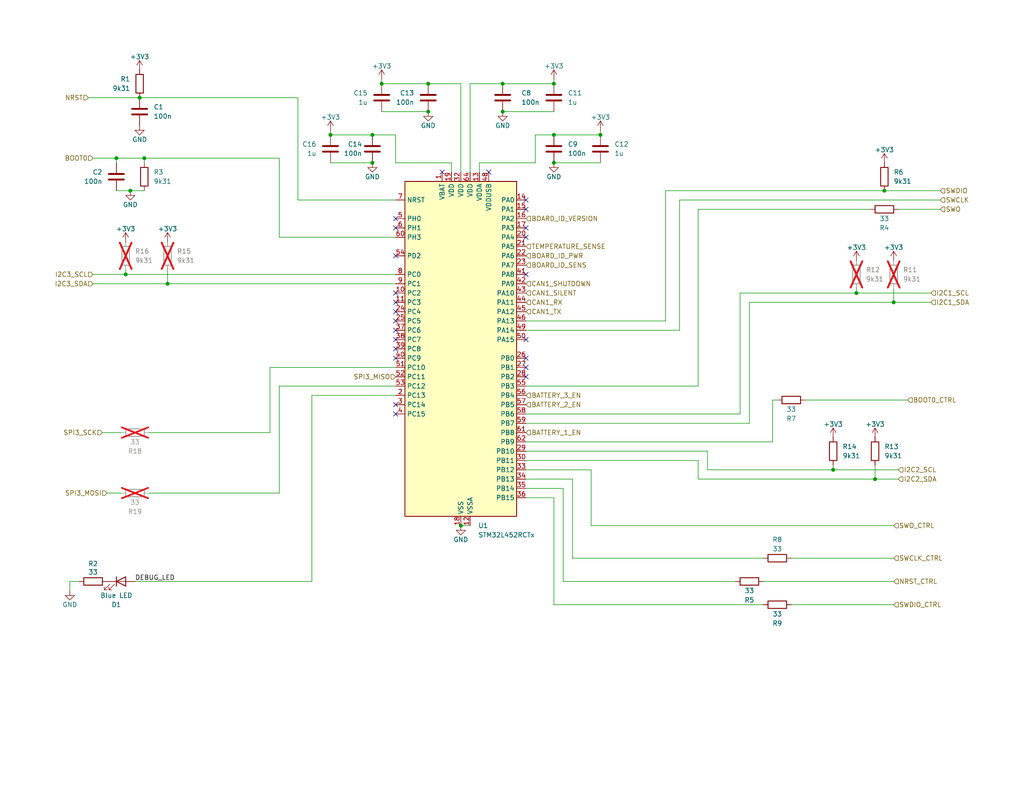
<source format=kicad_sch>
(kicad_sch (version 20231120) (generator "eeschema") (generator_version "8.0")
  (paper "USLetter")
  (title_block (title "1s3p Battery Board") (date "2025-02-12") (rev "${PCB_VERSION}") (company "TVSC"))
  (lib_symbols
    (symbol "Device:C" (pin_numbers hide) (pin_names (offset 0.254))
      (property "Reference" "C" (at 0.635 2.54 0))
      (property "Value" "C" (at 0.635 -2.54 0))
      (symbol "C_0_1"
        (polyline (pts (xy -2.032 -0.762) (xy 2.032 -0.762)) (stroke (width 0.508)))
        (polyline (pts (xy -2.032 0.762) (xy 2.032 0.762)) (stroke (width 0.508)))
      )
      (symbol "C_1_1"
        (pin passive line (at 0 3.81 270) (length 2.794) (name "~") (number "1"))
        (pin passive line (at 0 -3.81 90) (length 2.794) (name "~") (number "2"))
      )
    )
    (symbol "Device:LED" (pin_numbers hide) (pin_names (offset 1.016) hide)
      (property "Reference" "D" (at 0 2.54 0))
      (property "Value" "LED" (at 0 -2.54 0))
      (symbol "LED_0_1"
        (polyline (pts (xy -1.27 -1.27) (xy -1.27 1.27)) (stroke (width 0.254)))
        (polyline (pts (xy -1.27 0) (xy 1.27 0)))
        (polyline (pts (xy 1.27 -1.27) (xy 1.27 1.27) (xy -1.27 0) (xy 1.27 -1.27)) (stroke (width 0.254)))
        (polyline (pts (xy -3.048 -0.762) (xy -4.572 -2.286) (xy -3.81 -2.286) (xy -4.572 -2.286) (xy -4.572 -1.524)))
        (polyline (pts (xy -1.778 -0.762) (xy -3.302 -2.286) (xy -2.54 -2.286) (xy -3.302 -2.286) (xy -3.302 -1.524)))
      )
      (symbol "LED_1_1"
        (pin passive line (at -3.81 0 0) (length 2.54) (name "K") (number "1"))
        (pin passive line (at 3.81 0 180) (length 2.54) (name "A") (number "2"))
      )
    )
    (symbol "Device:R" (pin_numbers hide) (pin_names (offset 0))
      (property "Reference" "R" (at 2.032 0 90))
      (property "Value" "R" (at 0 0 90))
      (symbol "R_0_1"
        (rectangle (start -1.016 -2.54) (end 1.016 2.54) (stroke (width 0.254)))
      )
      (symbol "R_1_1"
        (pin passive line (at 0 3.81 270) (length 1.27) (name "~") (number "1"))
        (pin passive line (at 0 -3.81 90) (length 1.27) (name "~") (number "2"))
      )
    )
    (symbol "MCU_ST_STM32L4:STM32L452RCTx"
      (property "Reference" "U" (at -15.24 46.99 0))
      (property "Value" "STM32L452RCTx" (at 10.16 46.99 0))
      (symbol "STM32L452RCTx_0_1"
        (rectangle (start -15.24 -45.72) (end 15.24 45.72) (stroke (width 0.254)) (fill (type background)))
      )
      (symbol "STM32L452RCTx_1_1"
        (pin power_in line (at -5.08 48.26 270) (length 2.54) (name "VBAT") (number "1"))
        (pin bidirectional line (at -17.78 15.24 0) (length 2.54) (name "PC2") (number "10"))
        (pin bidirectional line (at -17.78 12.7 0) (length 2.54) (name "PC3") (number "11"))
        (pin power_in line (at 2.54 -48.26 90) (length 2.54) (name "VSSA") (number "12"))
        (pin power_in line (at 5.08 48.26 270) (length 2.54) (name "VDDA") (number "13"))
        (pin bidirectional line (at 17.78 40.64 180) (length 2.54) (name "PA0") (number "14"))
        (pin bidirectional line (at 17.78 38.1 180) (length 2.54) (name "PA1") (number "15"))
        (pin bidirectional line (at 17.78 35.56 180) (length 2.54) (name "PA2") (number "16"))
        (pin bidirectional line (at 17.78 33.02 180) (length 2.54) (name "PA3") (number "17"))
        (pin power_in line (at 0 -48.26 90) (length 2.54) (name "VSS") (number "18"))
        (pin power_in line (at -2.54 48.26 270) (length 2.54) (name "VDD") (number "19"))
        (pin bidirectional line (at -17.78 -12.7 0) (length 2.54) (name "PC13") (number "2"))
        (pin bidirectional line (at 17.78 30.48 180) (length 2.54) (name "PA4") (number "20"))
        (pin bidirectional line (at 17.78 27.94 180) (length 2.54) (name "PA5") (number "21"))
        (pin bidirectional line (at 17.78 25.4 180) (length 2.54) (name "PA6") (number "22"))
        (pin bidirectional line (at 17.78 22.86 180) (length 2.54) (name "PA7") (number "23"))
        (pin bidirectional line (at -17.78 10.16 0) (length 2.54) (name "PC4") (number "24"))
        (pin bidirectional line (at -17.78 7.62 0) (length 2.54) (name "PC5") (number "25"))
        (pin bidirectional line (at 17.78 -2.54 180) (length 2.54) (name "PB0") (number "26"))
        (pin bidirectional line (at 17.78 -5.08 180) (length 2.54) (name "PB1") (number "27"))
        (pin bidirectional line (at 17.78 -7.62 180) (length 2.54) (name "PB2") (number "28"))
        (pin bidirectional line (at 17.78 -27.94 180) (length 2.54) (name "PB10") (number "29"))
        (pin bidirectional line (at -17.78 -15.24 0) (length 2.54) (name "PC14") (number "3"))
        (pin bidirectional line (at 17.78 -30.48 180) (length 2.54) (name "PB11") (number "30"))
        (pin passive line (at 0 -48.26 90) (length 2.54) hide (name "VSS") (number "31"))
        (pin power_in line (at 0 48.26 270) (length 2.54) (name "VDD") (number "32"))
        (pin bidirectional line (at 17.78 -33.02 180) (length 2.54) (name "PB12") (number "33"))
        (pin bidirectional line (at 17.78 -35.56 180) (length 2.54) (name "PB13") (number "34"))
        (pin bidirectional line (at 17.78 -38.1 180) (length 2.54) (name "PB14") (number "35"))
        (pin bidirectional line (at 17.78 -40.64 180) (length 2.54) (name "PB15") (number "36"))
        (pin bidirectional line (at -17.78 5.08 0) (length 2.54) (name "PC6") (number "37"))
        (pin bidirectional line (at -17.78 2.54 0) (length 2.54) (name "PC7") (number "38"))
        (pin bidirectional line (at -17.78 0 0) (length 2.54) (name "PC8") (number "39"))
        (pin bidirectional line (at -17.78 -17.78 0) (length 2.54) (name "PC15") (number "4"))
        (pin bidirectional line (at -17.78 -2.54 0) (length 2.54) (name "PC9") (number "40"))
        (pin bidirectional line (at 17.78 20.32 180) (length 2.54) (name "PA8") (number "41"))
        (pin bidirectional line (at 17.78 17.78 180) (length 2.54) (name "PA9") (number "42"))
        (pin bidirectional line (at 17.78 15.24 180) (length 2.54) (name "PA10") (number "43"))
        (pin bidirectional line (at 17.78 12.7 180) (length 2.54) (name "PA11") (number "44"))
        (pin bidirectional line (at 17.78 10.16 180) (length 2.54) (name "PA12") (number "45"))
        (pin bidirectional line (at 17.78 7.62 180) (length 2.54) (name "PA13") (number "46"))
        (pin passive line (at 0 -48.26 90) (length 2.54) hide (name "VSS") (number "47"))
        (pin power_in line (at 7.62 48.26 270) (length 2.54) (name "VDDUSB") (number "48"))
        (pin bidirectional line (at 17.78 5.08 180) (length 2.54) (name "PA14") (number "49"))
        (pin bidirectional line (at -17.78 35.56 0) (length 2.54) (name "PH0") (number "5"))
        (pin bidirectional line (at 17.78 2.54 180) (length 2.54) (name "PA15") (number "50"))
        (pin bidirectional line (at -17.78 -5.08 0) (length 2.54) (name "PC10") (number "51"))
        (pin bidirectional line (at -17.78 -7.62 0) (length 2.54) (name "PC11") (number "52"))
        (pin bidirectional line (at -17.78 -10.16 0) (length 2.54) (name "PC12") (number "53"))
        (pin bidirectional line (at -17.78 25.4 0) (length 2.54) (name "PD2") (number "54"))
        (pin bidirectional line (at 17.78 -10.16 180) (length 2.54) (name "PB3") (number "55"))
        (pin bidirectional line (at 17.78 -12.7 180) (length 2.54) (name "PB4") (number "56"))
        (pin bidirectional line (at 17.78 -15.24 180) (length 2.54) (name "PB5") (number "57"))
        (pin bidirectional line (at 17.78 -17.78 180) (length 2.54) (name "PB6") (number "58"))
        (pin bidirectional line (at 17.78 -20.32 180) (length 2.54) (name "PB7") (number "59"))
        (pin bidirectional line (at -17.78 33.02 0) (length 2.54) (name "PH1") (number "6"))
        (pin bidirectional line (at -17.78 30.48 0) (length 2.54) (name "PH3") (number "60"))
        (pin bidirectional line (at 17.78 -22.86 180) (length 2.54) (name "PB8") (number "61"))
        (pin bidirectional line (at 17.78 -25.4 180) (length 2.54) (name "PB9") (number "62"))
        (pin passive line (at 0 -48.26 90) (length 2.54) hide (name "VSS") (number "63"))
        (pin power_in line (at 2.54 48.26 270) (length 2.54) (name "VDD") (number "64"))
        (pin input line (at -17.78 40.64 0) (length 2.54) (name "NRST") (number "7"))
        (pin bidirectional line (at -17.78 20.32 0) (length 2.54) (name "PC0") (number "8"))
        (pin bidirectional line (at -17.78 17.78 0) (length 2.54) (name "PC1") (number "9"))
      )
    )
    (symbol "power:+3V3" (power) (pin_numbers hide) (pin_names (offset 0) hide)
      (property "Value" "+3V3" (at 0 3.556 0))
      (symbol "+3V3_0_1"
        (polyline (pts (xy -0.762 1.27) (xy 0 2.54)))
        (polyline (pts (xy 0 0) (xy 0 2.54)))
        (polyline (pts (xy 0 2.54) (xy 0.762 1.27)))
      )
      (symbol "+3V3_1_1"
        (pin power_in line (at 0 0 90) (length 0) (name "~") (number "1"))
      )
    )
    (symbol "power:GND" (power) (pin_numbers hide) (pin_names (offset 0) hide)
      (property "Value" "GND" (at 0 -3.81 0))
      (symbol "GND_0_1"
        (polyline (pts (xy 0 0) (xy 0 -1.27) (xy 1.27 -1.27) (xy 0 -2.54) (xy -1.27 -1.27) (xy 0 -1.27)))
      )
      (symbol "GND_1_1"
        (pin power_in line (at 0 0 270) (length 0) (name "~") (number "1"))
      )
    )
  )
  (junction (at 101.6 44.45))
  (junction (at 238.76 130.81))
  (junction (at 45.72 77.47))
  (junction (at 31.75 43.18))
  (junction (at 233.68 80.01))
  (junction (at 104.14 22.86))
  (junction (at 39.37 43.18))
  (junction (at 125.73 143.51))
  (junction (at 227.33 128.27))
  (junction (at 243.84 82.55))
  (junction (at 151.13 22.86))
  (junction (at 137.16 22.86))
  (junction (at 34.29 74.93))
  (junction (at 116.84 22.86))
  (junction (at 241.3 52.07))
  (junction (at 35.56 52.07))
  (junction (at 151.13 44.45))
  (junction (at 116.84 30.48))
  (junction (at 101.6 36.83))
  (junction (at 38.1 26.67))
  (junction (at 137.16 30.48))
  (junction (at 90.17 36.83))
  (junction (at 163.83 36.83))
  (junction (at 151.13 36.83))
  (no_connect (at 107.95 110.49))
  (no_connect (at 133.35 46.99))
  (no_connect (at 143.51 92.71))
  (no_connect (at 143.51 54.61))
  (no_connect (at 143.51 64.77))
  (no_connect (at 107.95 62.23))
  (no_connect (at 107.95 59.69))
  (no_connect (at 107.95 80.01))
  (no_connect (at 107.95 97.79))
  (no_connect (at 107.95 95.25))
  (no_connect (at 143.51 97.79))
  (no_connect (at 143.51 57.15))
  (no_connect (at 120.65 46.99))
  (no_connect (at 107.95 90.17))
  (no_connect (at 107.95 82.55))
  (no_connect (at 143.51 74.93))
  (no_connect (at 107.95 87.63))
  (no_connect (at 143.51 62.23))
  (no_connect (at 107.95 113.03))
  (no_connect (at 107.95 92.71))
  (no_connect (at 143.51 102.87))
  (no_connect (at 143.51 100.33))
  (no_connect (at 107.95 69.85))
  (no_connect (at 107.95 85.09))
  (wire (pts (xy 76.2 64.77) (xy 107.95 64.77)))
  (wire (pts (xy 107.95 36.83) (xy 101.6 36.83)))
  (wire (pts (xy 34.29 74.93) (xy 107.95 74.93)))
  (wire (pts (xy 104.14 21.59) (xy 104.14 22.86)))
  (wire (pts (xy 128.27 46.99) (xy 128.27 22.86)))
  (wire (pts (xy 125.73 46.99) (xy 125.73 22.86)))
  (wire (pts (xy 151.13 165.1) (xy 208.28 165.1)))
  (wire (pts (xy 190.5 105.41) (xy 143.51 105.41)))
  (wire (pts (xy 163.83 36.83) (xy 151.13 36.83)))
  (wire (pts (xy 185.42 54.61) (xy 256.54 54.61)))
  (wire (pts (xy 241.3 52.07) (xy 256.54 52.07)))
  (wire (pts (xy 143.51 120.65) (xy 210.82 120.65)))
  (wire (pts (xy 156.21 152.4) (xy 208.28 152.4)))
  (wire (pts (xy 107.95 36.83) (xy 107.95 44.45)))
  (wire (pts (xy 190.5 57.15) (xy 190.5 105.41)))
  (wire (pts (xy 73.66 118.11) (xy 73.66 100.33)))
  (wire (pts (xy 185.42 54.61) (xy 185.42 90.17)))
  (wire (pts (xy 151.13 21.59) (xy 151.13 22.86)))
  (wire (pts (xy 201.93 113.03) (xy 143.51 113.03)))
  (wire (pts (xy 45.72 73.66) (xy 45.72 77.47)))
  (wire (pts (xy 39.37 43.18) (xy 39.37 44.45)))
  (wire (pts (xy 107.95 44.45) (xy 123.19 44.45)))
  (wire (pts (xy 146.05 44.45) (xy 146.05 36.83)))
  (wire (pts (xy 254 80.01) (xy 233.68 80.01)))
  (wire (pts (xy 143.51 87.63) (xy 181.61 87.63)))
  (wire (pts (xy 210.82 120.65) (xy 210.82 109.22)))
  (wire (pts (xy 128.27 22.86) (xy 137.16 22.86)))
  (wire (pts (xy 85.09 158.75) (xy 36.83 158.75)))
  (wire (pts (xy 190.5 57.15) (xy 237.49 57.15)))
  (wire (pts (xy 25.4 74.93) (xy 34.29 74.93)))
  (wire (pts (xy 125.73 143.51) (xy 128.27 143.51)))
  (wire (pts (xy 233.68 78.74) (xy 233.68 80.01)))
  (wire (pts (xy 27.94 118.11) (xy 33.02 118.11)))
  (wire (pts (xy 40.64 118.11) (xy 73.66 118.11)))
  (wire (pts (xy 190.5 130.81) (xy 190.5 125.73)))
  (wire (pts (xy 243.84 165.1) (xy 215.9 165.1)))
  (wire (pts (xy 227.33 127) (xy 227.33 128.27)))
  (wire (pts (xy 143.51 135.89) (xy 151.13 135.89)))
  (wire (pts (xy 137.16 22.86) (xy 151.13 22.86)))
  (wire (pts (xy 90.17 36.83) (xy 101.6 36.83)))
  (wire (pts (xy 104.14 22.86) (xy 116.84 22.86)))
  (wire (pts (xy 85.09 107.95) (xy 107.95 107.95)))
  (wire (pts (xy 204.47 82.55) (xy 204.47 115.57)))
  (wire (pts (xy 143.51 130.81) (xy 156.21 130.81)))
  (wire (pts (xy 215.9 152.4) (xy 243.84 152.4)))
  (wire (pts (xy 163.83 35.56) (xy 163.83 36.83)))
  (wire (pts (xy 76.2 134.62) (xy 76.2 105.41)))
  (wire (pts (xy 243.84 82.55) (xy 243.84 78.74)))
  (wire (pts (xy 245.11 57.15) (xy 256.54 57.15)))
  (wire (pts (xy 151.13 135.89) (xy 151.13 165.1)))
  (wire (pts (xy 146.05 36.83) (xy 151.13 36.83)))
  (wire (pts (xy 35.56 52.07) (xy 39.37 52.07)))
  (wire (pts (xy 181.61 52.07) (xy 181.61 87.63)))
  (wire (pts (xy 19.05 158.75) (xy 19.05 161.29)))
  (wire (pts (xy 204.47 82.55) (xy 243.84 82.55)))
  (wire (pts (xy 90.17 35.56) (xy 90.17 36.83)))
  (wire (pts (xy 81.28 26.67) (xy 81.28 54.61)))
  (wire (pts (xy 31.75 44.45) (xy 31.75 43.18)))
  (wire (pts (xy 161.29 143.51) (xy 243.84 143.51)))
  (wire (pts (xy 153.67 158.75) (xy 200.66 158.75)))
  (wire (pts (xy 190.5 125.73) (xy 143.51 125.73)))
  (wire (pts (xy 29.21 134.62) (xy 33.02 134.62)))
  (wire (pts (xy 31.75 52.07) (xy 35.56 52.07)))
  (wire (pts (xy 153.67 133.35) (xy 153.67 158.75)))
  (wire (pts (xy 181.61 52.07) (xy 241.3 52.07)))
  (wire (pts (xy 101.6 44.45) (xy 90.17 44.45)))
  (wire (pts (xy 193.04 128.27) (xy 193.04 123.19)))
  (wire (pts (xy 24.13 26.67) (xy 38.1 26.67)))
  (wire (pts (xy 137.16 30.48) (xy 151.13 30.48)))
  (wire (pts (xy 116.84 30.48) (xy 104.14 30.48)))
  (wire (pts (xy 19.05 158.75) (xy 21.59 158.75)))
  (wire (pts (xy 245.11 128.27) (xy 227.33 128.27)))
  (wire (pts (xy 73.66 100.33) (xy 107.95 100.33)))
  (wire (pts (xy 81.28 54.61) (xy 107.95 54.61)))
  (wire (pts (xy 219.71 109.22) (xy 247.65 109.22)))
  (wire (pts (xy 161.29 128.27) (xy 143.51 128.27)))
  (wire (pts (xy 25.4 77.47) (xy 45.72 77.47)))
  (wire (pts (xy 204.47 115.57) (xy 143.51 115.57)))
  (wire (pts (xy 25.4 43.18) (xy 31.75 43.18)))
  (wire (pts (xy 233.68 80.01) (xy 201.93 80.01)))
  (wire (pts (xy 45.72 77.47) (xy 107.95 77.47)))
  (wire (pts (xy 81.28 26.67) (xy 38.1 26.67)))
  (wire (pts (xy 156.21 130.81) (xy 156.21 152.4)))
  (wire (pts (xy 190.5 130.81) (xy 238.76 130.81)))
  (wire (pts (xy 130.81 44.45) (xy 146.05 44.45)))
  (wire (pts (xy 238.76 130.81) (xy 245.11 130.81)))
  (wire (pts (xy 193.04 123.19) (xy 143.51 123.19)))
  (wire (pts (xy 208.28 158.75) (xy 243.84 158.75)))
  (wire (pts (xy 161.29 143.51) (xy 161.29 128.27)))
  (wire (pts (xy 125.73 22.86) (xy 116.84 22.86)))
  (wire (pts (xy 130.81 44.45) (xy 130.81 46.99)))
  (wire (pts (xy 143.51 90.17) (xy 185.42 90.17)))
  (wire (pts (xy 40.64 134.62) (xy 76.2 134.62)))
  (wire (pts (xy 76.2 43.18) (xy 76.2 64.77)))
  (wire (pts (xy 254 82.55) (xy 243.84 82.55)))
  (wire (pts (xy 76.2 105.41) (xy 107.95 105.41)))
  (wire (pts (xy 85.09 107.95) (xy 85.09 158.75)))
  (wire (pts (xy 227.33 128.27) (xy 193.04 128.27)))
  (wire (pts (xy 143.51 133.35) (xy 153.67 133.35)))
  (wire (pts (xy 201.93 80.01) (xy 201.93 113.03)))
  (wire (pts (xy 210.82 109.22) (xy 212.09 109.22)))
  (wire (pts (xy 31.75 43.18) (xy 39.37 43.18)))
  (wire (pts (xy 238.76 127) (xy 238.76 130.81)))
  (wire (pts (xy 34.29 73.66) (xy 34.29 74.93)))
  (wire (pts (xy 39.37 43.18) (xy 76.2 43.18)))
  (wire (pts (xy 151.13 44.45) (xy 163.83 44.45)))
  (wire (pts (xy 123.19 44.45) (xy 123.19 46.99)))
  (label "DEBUG_LED" (at 36.83 158.75 0))
  (hierarchical_label "I2C1_SDA" (shape input) (at 254 82.55 0))
  (hierarchical_label "NRST_CTRL" (shape input) (at 243.84 158.75 0))
  (hierarchical_label "I2C1_SCL" (shape input) (at 254 80.01 0))
  (hierarchical_label "SWDIO_CTRL" (shape input) (at 243.84 165.1 0))
  (hierarchical_label "SWCLK" (shape input) (at 256.54 54.61 0))
  (hierarchical_label "SWO_CTRL" (shape input) (at 243.84 143.51 0))
  (hierarchical_label "BOOT0" (shape input) (at 25.4 43.18 180))
  (hierarchical_label "SPI3_MISO" (shape input) (at 107.95 102.87 180))
  (hierarchical_label "I2C3_SDA" (shape input) (at 25.4 77.47 180))
  (hierarchical_label "SWO" (shape input) (at 256.54 57.15 0))
  (hierarchical_label "BATTERY_2_EN" (shape input) (at 143.51 110.49 0))
  (hierarchical_label "CAN1_SHUTDOWN" (shape input) (at 143.51 77.47 0))
  (hierarchical_label "I2C3_SCL" (shape input) (at 25.4 74.93 180))
  (hierarchical_label "CAN1_TX" (shape input) (at 143.51 85.09 0))
  (hierarchical_label "BOARD_ID_SENS" (shape input) (at 143.51 72.39 0))
  (hierarchical_label "TEMPERATURE_SENSE" (shape input) (at 143.51 67.31 0))
  (hierarchical_label "BATTERY_1_EN" (shape input) (at 143.51 118.11 0))
  (hierarchical_label "CAN1_RX" (shape input) (at 143.51 82.55 0))
  (hierarchical_label "BOARD_ID_PWR" (shape input) (at 143.51 69.85 0))
  (hierarchical_label "SWDIO" (shape input) (at 256.54 52.07 0))
  (hierarchical_label "BATTERY_3_EN" (shape input) (at 143.51 107.95 0))
  (hierarchical_label "I2C2_SDA" (shape input) (at 245.11 130.81 0))
  (hierarchical_label "BOOT0_CTRL" (shape input) (at 247.65 109.22 0))
  (hierarchical_label "SPI3_SCK" (shape input) (at 27.94 118.11 180))
  (hierarchical_label "BOARD_ID_VERSION" (shape input) (at 143.51 59.69 0))
  (hierarchical_label "CAN1_SILENT" (shape input) (at 143.51 80.01 0))
  (hierarchical_label "SWCLK_CTRL" (shape input) (at 243.84 152.4 0))
  (hierarchical_label "I2C2_SCL" (shape input) (at 245.11 128.27 0))
  (hierarchical_label "SPI3_MOSI" (shape input) (at 29.21 134.62 180))
  (hierarchical_label "NRST" (shape input) (at 24.13 26.67 180))
  (symbol (lib_id "Device:R") (at 38.1 22.86 0) (mirror y) (unit 1)
    (property "Reference" "R1" (at 35.56 21.59 0) (effects (justify left)))
    (property "Value" "9k31" (at 35.56 24.13 0) (effects (justify left)))
    (property "Footprint" "footprints:Nondescript_R_0402_1005Metric" (effects (hide yes)))
    (property "MPN" "C270572" (effects (hide yes)))
    (property "Manufacturer" "UNI-ROYAL(Uniroyal Elec)" (effects (hide yes)))
    (property "Manufacturer Part Number" "0402WGF9311TCE" (effects (hide yes)))
    (property "Active" "Y" (effects (hide yes)))
    (property "Basic or Extended Component" "Basic" (effects (hide yes)))
  )
  (symbol (lib_id "Device:R") (at 227.33 123.19 0) (unit 1)
    (property "Reference" "R14" (at 229.87 121.92 0) (effects (justify left)))
    (property "Value" "9k31" (at 229.87 124.46 0) (effects (justify left)))
    (property "Footprint" "footprints:Nondescript_R_0402_1005Metric" (effects (hide yes)))
    (property "MPN" "C270572" (effects (hide yes)))
    (property "Manufacturer" "UNI-ROYAL(Uniroyal Elec)" (effects (hide yes)))
    (property "Manufacturer Part Number" "0402WGF9311TCE" (effects (hide yes)))
    (property "Active" "Y" (effects (hide yes)))
    (property "Basic or Extended Component" "Basic" (effects (hide yes)))
  )
  (symbol (lib_id "Device:R") (at 238.76 123.19 0) (unit 1)
    (property "Reference" "R13" (at 241.3 121.92 0) (effects (justify left)))
    (property "Value" "9k31" (at 241.3 124.46 0) (effects (justify left)))
    (property "Footprint" "footprints:Nondescript_R_0402_1005Metric" (effects (hide yes)))
    (property "MPN" "C270572" (effects (hide yes)))
    (property "Manufacturer" "UNI-ROYAL(Uniroyal Elec)" (effects (hide yes)))
    (property "Manufacturer Part Number" "0402WGF9311TCE" (effects (hide yes)))
    (property "Active" "Y" (effects (hide yes)))
    (property "Basic or Extended Component" "Basic" (effects (hide yes)))
  )
  (symbol (lib_id "power:+3V3") (at 90.17 35.56 0) (unit 1)
    (property "Reference" "#PWR31" (effects (hide yes)))
    (property "Value" "+3V3" (at 90.17 32.004 0))
  )
  (symbol (lib_id "Device:R") (at 36.83 118.11 90) (mirror x) (unit 1) (in_bom no) (on_board no) (dnp yes)
    (property "Reference" "R18" (at 36.83 123.19 90))
    (property "Value" "33" (at 36.83 120.65 90))
    (property "Footprint" "footprints:Nondescript_R_0402_1005Metric" (effects (hide yes)))
    (property "Active" "Y" (effects (hide yes)))
    (property "Basic or Extended Component" "Basic" (effects (hide yes)))
    (property "MPN" "C25105" (effects (hide yes)))
    (property "Manufacturer" "UNI-ROYAL(Uniroyal Elec)" (effects (hide yes)))
    (property "Manufacturer Part Number" "0402WGF330JTCE" (effects (hide yes)))
  )
  (symbol (lib_id "Device:R") (at 233.68 74.93 0) (unit 1) (in_bom no) (on_board no) (dnp yes)
    (property "Reference" "R12" (at 236.22 73.66 0) (effects (justify left)))
    (property "Value" "9k31" (at 236.22 76.2 0) (effects (justify left)))
    (property "Footprint" "footprints:Nondescript_R_0402_1005Metric" (effects (hide yes)))
    (property "MPN" "C270572" (effects (hide yes)))
    (property "Manufacturer" "UNI-ROYAL(Uniroyal Elec)" (effects (hide yes)))
    (property "Manufacturer Part Number" "0402WGF9311TCE" (effects (hide yes)))
    (property "Active" "Y" (effects (hide yes)))
    (property "Basic or Extended Component" "Basic" (effects (hide yes)))
  )
  (symbol (lib_id "Device:R") (at 212.09 152.4 90) (mirror x) (unit 1)
    (property "Reference" "R8" (at 212.09 147.32 90))
    (property "Value" "33" (at 212.09 149.86 90))
    (property "Footprint" "footprints:Nondescript_R_0402_1005Metric" (effects (hide yes)))
    (property "Active" "Y" (effects (hide yes)))
    (property "Basic or Extended Component" "Basic" (effects (hide yes)))
    (property "MPN" "C25105" (effects (hide yes)))
    (property "Manufacturer" "UNI-ROYAL(Uniroyal Elec)" (effects (hide yes)))
    (property "Manufacturer Part Number" "0402WGF330JTCE" (effects (hide yes)))
  )
  (symbol (lib_id "Device:C") (at 163.83 40.64 0) (unit 1)
    (property "Reference" "C12" (at 167.64 39.37 0) (effects (justify left)))
    (property "Value" "1u" (at 167.64 41.91 0) (effects (justify left)))
    (property "Footprint" "footprints:Nondescript_C_0402_1005Metric" (effects (hide yes)))
    (property "Active" "Y" (effects (hide yes)))
    (property "MPN" "C52923" (effects (hide yes)))
    (property "Manufacturer" "Samsung Electro-Mechanics" (effects (hide yes)))
    (property "Manufacturer Part Number" "CL05A105KA5NQNC" (effects (hide yes)))
    (property "Basic or Extended Component" "Basic" (effects (hide yes)))
  )
  (symbol (lib_id "Device:C") (at 116.84 26.67 0) (mirror y) (unit 1)
    (property "Reference" "C13" (at 113.03 25.4 0) (effects (justify left)))
    (property "Value" "100n" (at 113.03 27.94 0) (effects (justify left)))
    (property "Footprint" "footprints:Nondescript_C_0402_1005Metric" (effects (hide yes)))
    (property "Active" "Y" (effects (hide yes)))
    (property "MPN" "C1525" (effects (hide yes)))
    (property "Manufacturer" "Samsung Electro-Mechanics" (effects (hide yes)))
    (property "Manufacturer Part Number" "CL05B104KO5NNNC" (effects (hide yes)))
    (property "Basic or Extended Component" "Basic" (effects (hide yes)))
  )
  (symbol (lib_id "power:GND") (at 19.05 161.29 0) (unit 1)
    (property "Reference" "#PWR3" (effects (hide yes)))
    (property "Value" "GND" (at 19.05 165.1 0))
  )
  (symbol (lib_id "Device:R") (at 36.83 134.62 90) (mirror x) (unit 1) (exclude_from_sim yes) (in_bom no) (on_board no) (dnp yes)
    (property "Reference" "R19" (at 36.83 139.7 90))
    (property "Value" "33" (at 36.83 137.16 90))
    (property "Footprint" "footprints:Nondescript_R_0402_1005Metric" (effects (hide yes)))
    (property "Active" "Y" (effects (hide yes)))
    (property "Basic or Extended Component" "Basic" (effects (hide yes)))
    (property "MPN" "C25105" (effects (hide yes)))
    (property "Manufacturer" "UNI-ROYAL(Uniroyal Elec)" (effects (hide yes)))
    (property "Manufacturer Part Number" "0402WGF330JTCE" (effects (hide yes)))
  )
  (symbol (lib_id "power:+3V3") (at 241.3 44.45 0) (unit 1)
    (property "Reference" "#PWR7" (effects (hide yes)))
    (property "Value" "+3V3" (at 241.3 40.894 0))
  )
  (symbol (lib_id "power:+3V3") (at 163.83 35.56 0) (unit 1)
    (property "Reference" "#PWR27" (effects (hide yes)))
    (property "Value" "+3V3" (at 163.83 32.004 0))
  )
  (symbol (lib_id "MCU_ST_STM32L4:STM32L452RCTx") (at 125.73 95.25 0) (unit 1)
    (property "Reference" "U1" (at 130.4641 143.51 0) (effects (justify left)))
    (property "Value" "STM32L452RCTx" (at 130.4641 146.05 0) (effects (justify left)))
    (property "Footprint" "Package_QFP:LQFP-64_10x10mm_P0.5mm" (effects (hide yes)))
    (property "Datasheet" "https://www.st.com/resource/en/datasheet/stm32l452rc.pdf" (effects (hide yes)))
    (property "Description" "STMicroelectronics Arm Cortex-M4 MCU, 256KB flash, 160KB RAM, 80 MHz, 1.71-3.6V, 52 GPIO, LQFP64" (effects (hide yes)))
    (property "MPN" "C192722" (effects (hide yes)))
    (property "Manufacturer" "STMicroelectronics" (effects (hide yes)))
    (property "Manufacturer Part Number" "STM32L452RCT6" (effects (hide yes)))
    (property "Active" "Y" (effects (hide yes)))
    (property "Basic or Extended Component" "Extended" (effects (hide yes)))
  )
  (symbol (lib_id "Device:R") (at 34.29 69.85 0) (unit 1) (in_bom no) (on_board no) (dnp yes)
    (property "Reference" "R16" (at 36.83 68.58 0) (effects (justify left)))
    (property "Value" "9k31" (at 36.83 71.12 0) (effects (justify left)))
    (property "Footprint" "footprints:Nondescript_R_0402_1005Metric" (effects (hide yes)))
    (property "MPN" "C270572" (effects (hide yes)))
    (property "Manufacturer" "UNI-ROYAL(Uniroyal Elec)" (effects (hide yes)))
    (property "Manufacturer Part Number" "0402WGF9311TCE" (effects (hide yes)))
    (property "Active" "Y" (effects (hide yes)))
    (property "Basic or Extended Component" "Basic" (effects (hide yes)))
  )
  (symbol (lib_id "Device:C") (at 151.13 26.67 0) (unit 1)
    (property "Reference" "C11" (at 154.94 25.4 0) (effects (justify left)))
    (property "Value" "1u" (at 154.94 27.94 0) (effects (justify left)))
    (property "Footprint" "footprints:Nondescript_C_0402_1005Metric" (effects (hide yes)))
    (property "Active" "Y" (effects (hide yes)))
    (property "MPN" "C52923" (effects (hide yes)))
    (property "Manufacturer" "Samsung Electro-Mechanics" (effects (hide yes)))
    (property "Manufacturer Part Number" "CL05A105KA5NQNC" (effects (hide yes)))
    (property "Basic or Extended Component" "Basic" (effects (hide yes)))
  )
  (symbol (lib_id "power:+3V3") (at 238.76 119.38 0) (unit 1)
    (property "Reference" "#PWR39" (effects (hide yes)))
    (property "Value" "+3V3" (at 238.76 115.824 0))
  )
  (symbol (lib_id "Device:R") (at 243.84 74.93 0) (unit 1) (in_bom no) (on_board no) (dnp yes)
    (property "Reference" "R11" (at 246.38 73.66 0) (effects (justify left)))
    (property "Value" "9k31" (at 246.38 76.2 0) (effects (justify left)))
    (property "Footprint" "footprints:Nondescript_R_0402_1005Metric" (effects (hide yes)))
    (property "MPN" "C270572" (effects (hide yes)))
    (property "Manufacturer" "UNI-ROYAL(Uniroyal Elec)" (effects (hide yes)))
    (property "Manufacturer Part Number" "0402WGF9311TCE" (effects (hide yes)))
    (property "Active" "Y" (effects (hide yes)))
    (property "Basic or Extended Component" "Basic" (effects (hide yes)))
  )
  (symbol (lib_id "Device:R") (at 215.9 109.22 90) (mirror x) (unit 1)
    (property "Reference" "R7" (at 215.9 114.3 90))
    (property "Value" "33" (at 215.9 111.76 90))
    (property "Footprint" "footprints:Nondescript_R_0402_1005Metric" (effects (hide yes)))
    (property "Active" "Y" (effects (hide yes)))
    (property "Basic or Extended Component" "Basic" (effects (hide yes)))
    (property "MPN" "C25105" (effects (hide yes)))
    (property "Manufacturer" "UNI-ROYAL(Uniroyal Elec)" (effects (hide yes)))
    (property "Manufacturer Part Number" "0402WGF330JTCE" (effects (hide yes)))
  )
  (symbol (lib_id "power:GND") (at 101.6 44.45 0) (unit 1)
    (property "Reference" "#PWR32" (effects (hide yes)))
    (property "Value" "GND" (at 101.6 48.26 0))
  )
  (symbol (lib_id "Device:R") (at 204.47 158.75 90) (mirror x) (unit 1)
    (property "Reference" "R5" (at 204.47 163.83 90))
    (property "Value" "33" (at 204.47 161.29 90))
    (property "Footprint" "footprints:Nondescript_R_0402_1005Metric" (effects (hide yes)))
    (property "Active" "Y" (effects (hide yes)))
    (property "Basic or Extended Component" "Basic" (effects (hide yes)))
    (property "MPN" "C25105" (effects (hide yes)))
    (property "Manufacturer" "UNI-ROYAL(Uniroyal Elec)" (effects (hide yes)))
    (property "Manufacturer Part Number" "0402WGF330JTCE" (effects (hide yes)))
  )
  (symbol (lib_id "power:GND") (at 151.13 44.45 0) (unit 1)
    (property "Reference" "#PWR28" (effects (hide yes)))
    (property "Value" "GND" (at 151.13 48.26 0))
  )
  (symbol (lib_id "power:GND") (at 137.16 30.48 0) (unit 1)
    (property "Reference" "#PWR26" (effects (hide yes)))
    (property "Value" "GND" (at 137.16 34.29 0))
  )
  (symbol (lib_id "Device:C") (at 104.14 26.67 0) (mirror y) (unit 1)
    (property "Reference" "C15" (at 100.33 25.4 0) (effects (justify left)))
    (property "Value" "1u" (at 100.33 27.94 0) (effects (justify left)))
    (property "Footprint" "footprints:Nondescript_C_0402_1005Metric" (effects (hide yes)))
    (property "Active" "Y" (effects (hide yes)))
    (property "MPN" "C52923" (effects (hide yes)))
    (property "Manufacturer" "Samsung Electro-Mechanics" (effects (hide yes)))
    (property "Manufacturer Part Number" "CL05A105KA5NQNC" (effects (hide yes)))
    (property "Basic or Extended Component" "Basic" (effects (hide yes)))
  )
  (symbol (lib_id "power:GND") (at 38.1 34.29 0) (unit 1)
    (property "Reference" "#PWR2" (effects (hide yes)))
    (property "Value" "GND" (at 38.1 38.1 0))
  )
  (symbol (lib_id "power:+3V3") (at 243.84 71.12 0) (unit 1)
    (property "Reference" "#PWR13" (effects (hide yes)))
    (property "Value" "+3V3" (at 243.84 67.564 0))
  )
  (symbol (lib_id "power:+3V3") (at 34.29 66.04 0) (unit 1)
    (property "Reference" "#PWR50" (effects (hide yes)))
    (property "Value" "+3V3" (at 34.29 62.484 0))
  )
  (symbol (lib_id "power:+3V3") (at 104.14 21.59 0) (mirror y) (unit 1)
    (property "Reference" "#PWR29" (effects (hide yes)))
    (property "Value" "+3V3" (at 104.14 18.034 0))
  )
  (symbol (lib_id "power:+3V3") (at 233.68 71.12 0) (unit 1)
    (property "Reference" "#PWR38" (effects (hide yes)))
    (property "Value" "+3V3" (at 233.68 67.564 0))
  )
  (symbol (lib_id "Device:R") (at 241.3 57.15 90) (mirror x) (unit 1)
    (property "Reference" "R4" (at 241.3 62.23 90))
    (property "Value" "33" (at 241.3 59.69 90))
    (property "Footprint" "footprints:Nondescript_R_0402_1005Metric" (effects (hide yes)))
    (property "Active" "Y" (effects (hide yes)))
    (property "Basic or Extended Component" "Basic" (effects (hide yes)))
    (property "MPN" "C25105" (effects (hide yes)))
    (property "Manufacturer" "UNI-ROYAL(Uniroyal Elec)" (effects (hide yes)))
    (property "Manufacturer Part Number" "0402WGF330JTCE" (effects (hide yes)))
  )
  (symbol (lib_id "Device:R") (at 39.37 48.26 0) (unit 1)
    (property "Reference" "R3" (at 41.91 46.99 0) (effects (justify left)))
    (property "Value" "9k31" (at 41.91 49.53 0) (effects (justify left)))
    (property "Footprint" "footprints:Nondescript_R_0402_1005Metric" (effects (hide yes)))
    (property "MPN" "C270572" (effects (hide yes)))
    (property "Manufacturer" "UNI-ROYAL(Uniroyal Elec)" (effects (hide yes)))
    (property "Manufacturer Part Number" "0402WGF9311TCE" (effects (hide yes)))
    (property "Active" "Y" (effects (hide yes)))
    (property "Basic or Extended Component" "Basic" (effects (hide yes)))
  )
  (symbol (lib_id "power:+3V3") (at 38.1 19.05 0) (unit 1)
    (property "Reference" "#PWR1" (effects (hide yes)))
    (property "Value" "+3V3" (at 38.1 15.494 0))
  )
  (symbol (lib_id "Device:R") (at 25.4 158.75 270) (mirror x) (unit 1)
    (property "Reference" "R2" (at 25.4 153.924 90))
    (property "Value" "33" (at 25.4 156.21 90))
    (property "Footprint" "footprints:Nondescript_R_0402_1005Metric" (effects (hide yes)))
    (property "MPN" "C25105" (effects (hide yes)))
    (property "Manufacturer" "UNI-ROYAL(Uniroyal Elec)" (effects (hide yes)))
    (property "Manufacturer Part Number" "0402WGF330JTCE" (effects (hide yes)))
    (property "Active" "Y" (effects (hide yes)))
    (property "Basic or Extended Component" "Basic" (effects (hide yes)))
  )
  (symbol (lib_id "power:GND") (at 125.73 143.51 0) (unit 1)
    (property "Reference" "#PWR6" (effects (hide yes)))
    (property "Value" "GND" (at 125.73 147.32 0))
  )
  (symbol (lib_id "Device:C") (at 38.1 30.48 0) (unit 1)
    (property "Reference" "C1" (at 41.91 29.21 0) (effects (justify left)))
    (property "Value" "100n" (at 41.91 31.75 0) (effects (justify left)))
    (property "Footprint" "footprints:Nondescript_C_0402_1005Metric" (effects (hide yes)))
    (property "Active" "Y" (effects (hide yes)))
    (property "MPN" "C1525" (effects (hide yes)))
    (property "Manufacturer" "Samsung Electro-Mechanics" (effects (hide yes)))
    (property "Manufacturer Part Number" "CL05B104KO5NNNC" (effects (hide yes)))
    (property "Basic or Extended Component" "Basic" (effects (hide yes)))
  )
  (symbol (lib_id "Device:LED") (at 33.02 158.75 0) (unit 1)
    (property "Reference" "D1" (at 31.75 165.1 0))
    (property "Value" "Blue LED" (at 31.75 162.56 0))
    (property "Footprint" "LED_SMD:LED_0603_1608Metric" (effects (hide yes)))
    (property "Active" "Y" (effects (hide yes)))
    (property "MPN" "C72041" (effects (hide yes)))
    (property "Manufacturer" "Everlight Elec" (effects (hide yes)))
    (property "Manufacturer Part Number" "19-217/BHC-ZL1M2RY/3T" (effects (hide yes)))
    (property "Purpose" "+3.3V Power Indicator" (effects (hide yes)))
    (property "Basic or Extended Component" "Extended" (effects (hide yes)))
  )
  (symbol (lib_id "Device:C") (at 101.6 40.64 0) (mirror y) (unit 1)
    (property "Reference" "C14" (at 98.806 39.37 0) (effects (justify left)))
    (property "Value" "100n" (at 98.806 41.91 0) (effects (justify left)))
    (property "Footprint" "footprints:Nondescript_C_0402_1005Metric" (effects (hide yes)))
    (property "Active" "Y" (effects (hide yes)))
    (property "MPN" "C1525" (effects (hide yes)))
    (property "Manufacturer" "Samsung Electro-Mechanics" (effects (hide yes)))
    (property "Manufacturer Part Number" "CL05B104KO5NNNC" (effects (hide yes)))
    (property "Basic or Extended Component" "Basic" (effects (hide yes)))
  )
  (symbol (lib_id "Device:C") (at 31.75 48.26 0) (mirror y) (unit 1)
    (property "Reference" "C2" (at 27.94 46.99 0) (effects (justify left)))
    (property "Value" "100n" (at 27.94 49.53 0) (effects (justify left)))
    (property "Footprint" "footprints:Nondescript_C_0402_1005Metric" (effects (hide yes)))
    (property "Active" "Y" (effects (hide yes)))
    (property "MPN" "C1525" (effects (hide yes)))
    (property "Manufacturer" "Samsung Electro-Mechanics" (effects (hide yes)))
    (property "Manufacturer Part Number" "CL05B104KO5NNNC" (effects (hide yes)))
    (property "Basic or Extended Component" "Basic" (effects (hide yes)))
  )
  (symbol (lib_id "Device:R") (at 241.3 48.26 0) (unit 1)
    (property "Reference" "R6" (at 243.84 46.99 0) (effects (justify left)))
    (property "Value" "9k31" (at 243.84 49.53 0) (effects (justify left)))
    (property "Footprint" "footprints:Nondescript_R_0402_1005Metric" (effects (hide yes)))
    (property "MPN" "C270572" (effects (hide yes)))
    (property "Manufacturer" "UNI-ROYAL(Uniroyal Elec)" (effects (hide yes)))
    (property "Manufacturer Part Number" "0402WGF9311TCE" (effects (hide yes)))
    (property "Active" "Y" (effects (hide yes)))
    (property "Basic or Extended Component" "Basic" (effects (hide yes)))
  )
  (symbol (lib_id "Device:C") (at 90.17 40.64 0) (mirror y) (unit 1)
    (property "Reference" "C16" (at 86.36 39.37 0) (effects (justify left)))
    (property "Value" "1u" (at 86.36 41.91 0) (effects (justify left)))
    (property "Footprint" "footprints:Nondescript_C_0402_1005Metric" (effects (hide yes)))
    (property "Active" "Y" (effects (hide yes)))
    (property "MPN" "C52923" (effects (hide yes)))
    (property "Manufacturer" "Samsung Electro-Mechanics" (effects (hide yes)))
    (property "Manufacturer Part Number" "CL05A105KA5NQNC" (effects (hide yes)))
    (property "Basic or Extended Component" "Basic" (effects (hide yes)))
  )
  (symbol (lib_id "power:+3V3") (at 45.72 66.04 0) (unit 1)
    (property "Reference" "#PWR47" (effects (hide yes)))
    (property "Value" "+3V3" (at 45.72 62.484 0))
  )
  (symbol (lib_id "Device:R") (at 45.72 69.85 0) (unit 1) (in_bom no) (on_board no) (dnp yes)
    (property "Reference" "R15" (at 48.26 68.58 0) (effects (justify left)))
    (property "Value" "9k31" (at 48.26 71.12 0) (effects (justify left)))
    (property "Footprint" "footprints:Nondescript_R_0402_1005Metric" (effects (hide yes)))
    (property "MPN" "C270572" (effects (hide yes)))
    (property "Manufacturer" "UNI-ROYAL(Uniroyal Elec)" (effects (hide yes)))
    (property "Manufacturer Part Number" "0402WGF9311TCE" (effects (hide yes)))
    (property "Active" "Y" (effects (hide yes)))
    (property "Basic or Extended Component" "Basic" (effects (hide yes)))
  )
  (symbol (lib_id "Device:C") (at 151.13 40.64 0) (unit 1)
    (property "Reference" "C9" (at 154.94 39.37 0) (effects (justify left)))
    (property "Value" "100n" (at 154.94 41.91 0) (effects (justify left)))
    (property "Footprint" "footprints:Nondescript_C_0402_1005Metric" (effects (hide yes)))
    (property "Active" "Y" (effects (hide yes)))
    (property "MPN" "C1525" (effects (hide yes)))
    (property "Manufacturer" "Samsung Electro-Mechanics" (effects (hide yes)))
    (property "Manufacturer Part Number" "CL05B104KO5NNNC" (effects (hide yes)))
    (property "Basic or Extended Component" "Basic" (effects (hide yes)))
  )
  (symbol (lib_id "Device:C") (at 137.16 26.67 0) (unit 1)
    (property "Reference" "C8" (at 142.24 25.4 0) (effects (justify left)))
    (property "Value" "100n" (at 142.24 27.94 0) (effects (justify left)))
    (property "Footprint" "footprints:Nondescript_C_0402_1005Metric" (effects (hide yes)))
    (property "Active" "Y" (effects (hide yes)))
    (property "MPN" "C1525" (effects (hide yes)))
    (property "Manufacturer" "Samsung Electro-Mechanics" (effects (hide yes)))
    (property "Manufacturer Part Number" "CL05B104KO5NNNC" (effects (hide yes)))
    (property "Basic or Extended Component" "Basic" (effects (hide yes)))
  )
  (symbol (lib_id "power:GND") (at 35.56 52.07 0) (unit 1)
    (property "Reference" "#PWR4" (effects (hide yes)))
    (property "Value" "GND" (at 35.56 55.88 0))
  )
  (symbol (lib_id "power:+3V3") (at 151.13 21.59 0) (unit 1)
    (property "Reference" "#PWR24" (effects (hide yes)))
    (property "Value" "+3V3" (at 151.13 18.034 0))
  )
  (symbol (lib_id "power:+3V3") (at 227.33 119.38 0) (unit 1)
    (property "Reference" "#PWR46" (effects (hide yes)))
    (property "Value" "+3V3" (at 227.33 115.824 0))
  )
  (symbol (lib_id "power:GND") (at 116.84 30.48 0) (mirror y) (unit 1)
    (property "Reference" "#PWR30" (effects (hide yes)))
    (property "Value" "GND" (at 116.84 34.29 0))
  )
  (symbol (lib_id "Device:R") (at 212.09 165.1 90) (mirror x) (unit 1)
    (property "Reference" "R9" (at 212.09 170.18 90))
    (property "Value" "33" (at 212.09 167.64 90))
    (property "Footprint" "footprints:Nondescript_R_0402_1005Metric" (effects (hide yes)))
    (property "Active" "Y" (effects (hide yes)))
    (property "Basic or Extended Component" "Basic" (effects (hide yes)))
    (property "MPN" "C25105" (effects (hide yes)))
    (property "Manufacturer" "UNI-ROYAL(Uniroyal Elec)" (effects (hide yes)))
    (property "Manufacturer Part Number" "0402WGF330JTCE" (effects (hide yes)))
  )
)
</source>
